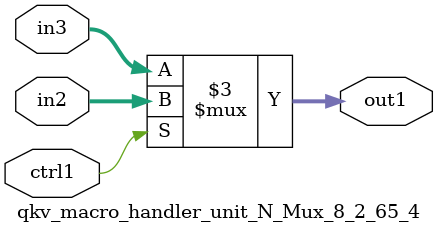
<source format=v>

`timescale 1ps / 1ps


module qkv_macro_handler_unit_N_Mux_8_2_65_4( in3, in2, ctrl1, out1 );

    input [7:0] in3;
    input [7:0] in2;
    input ctrl1;
    output [7:0] out1;
    reg [7:0] out1;

    
    // rtl_process:qkv_macro_handler_unit_N_Mux_8_2_65_4/qkv_macro_handler_unit_N_Mux_8_2_65_4_thread_1
    always @*
      begin : qkv_macro_handler_unit_N_Mux_8_2_65_4_thread_1
        case (ctrl1) 
          1'b1: 
            begin
              out1 = in2;
            end
          default: 
            begin
              out1 = in3;
            end
        endcase
      end

endmodule



</source>
